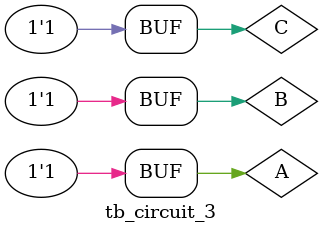
<source format=v>
module tb_circuit_3;

reg A,B,C;
wire D;

circuit_3 M3(A,B,C,D);

initial begin
#0 A=1'b0; B=1'b0; C=1'b0;
#20 A=1'b0; B=1'b0; C=1'b1;
#20 A=1'b0; B=1'b1; C=1'b0;
#20 A=1'b0; B=1'b1; C=1'b1;
#20 A=1'b1; B=1'b0; C=1'b0;
#20 A=1'b1; B=1'b0; C=1'b1;
#20 A=1'b1; B=1'b1; C=1'b0;
#20 A=1'b1; B=1'b1; C=1'b1;
end

initial begin
$monitor($time, "A=%b, B=%b, C=%b, D=%b", A, B, C, D);
end

initial begin
$dumpfile("circuit.vcd");
$dumpvars(0, M3);
end

endmodule

</source>
